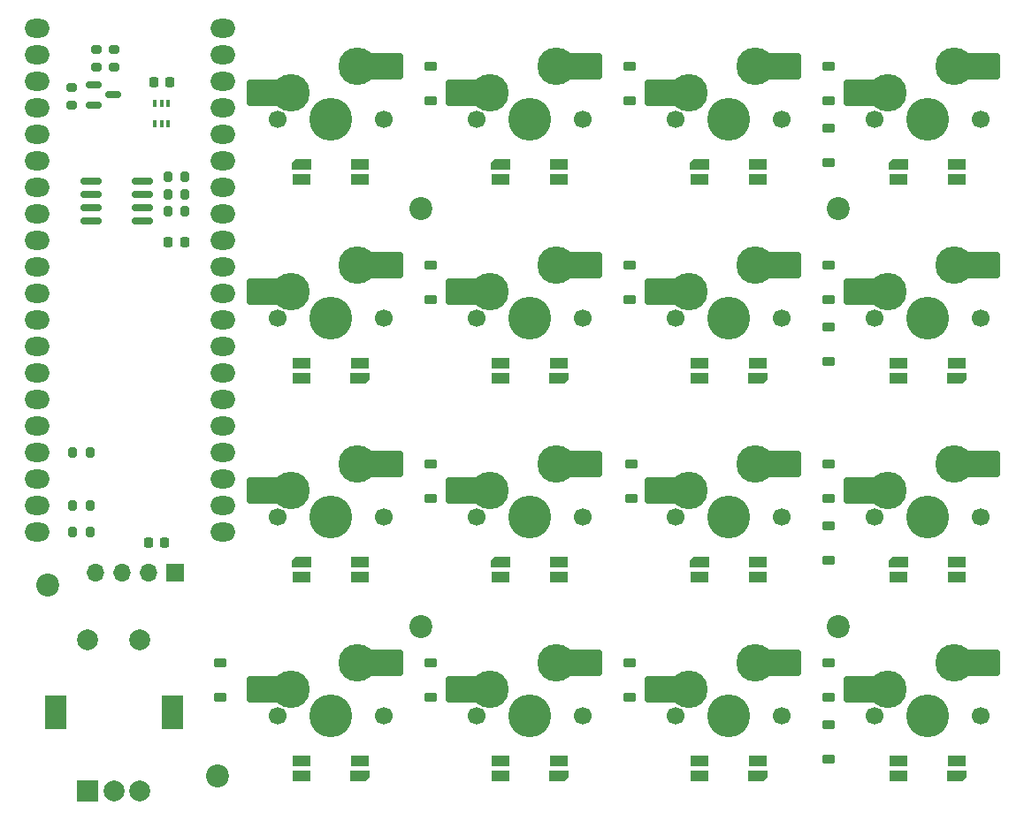
<source format=gbs>
%TF.GenerationSoftware,KiCad,Pcbnew,8.0.0*%
%TF.CreationDate,2024-03-13T16:12:56+07:00*%
%TF.ProjectId,dumbpad,64756d62-7061-4642-9e6b-696361645f70,rev?*%
%TF.SameCoordinates,Original*%
%TF.FileFunction,Soldermask,Bot*%
%TF.FilePolarity,Negative*%
%FSLAX46Y46*%
G04 Gerber Fmt 4.6, Leading zero omitted, Abs format (unit mm)*
G04 Created by KiCad (PCBNEW 8.0.0) date 2024-03-13 16:12:56*
%MOMM*%
%LPD*%
G01*
G04 APERTURE LIST*
G04 Aperture macros list*
%AMRoundRect*
0 Rectangle with rounded corners*
0 $1 Rounding radius*
0 $2 $3 $4 $5 $6 $7 $8 $9 X,Y pos of 4 corners*
0 Add a 4 corners polygon primitive as box body*
4,1,4,$2,$3,$4,$5,$6,$7,$8,$9,$2,$3,0*
0 Add four circle primitives for the rounded corners*
1,1,$1+$1,$2,$3*
1,1,$1+$1,$4,$5*
1,1,$1+$1,$6,$7*
1,1,$1+$1,$8,$9*
0 Add four rect primitives between the rounded corners*
20,1,$1+$1,$2,$3,$4,$5,0*
20,1,$1+$1,$4,$5,$6,$7,0*
20,1,$1+$1,$6,$7,$8,$9,0*
20,1,$1+$1,$8,$9,$2,$3,0*%
%AMOutline5P*
0 Free polygon, 5 corners , with rotation*
0 The origin of the aperture is its center*
0 number of corners: always 5*
0 $1 to $10 corner X, Y*
0 $11 Rotation angle, in degrees counterclockwise*
0 create outline with 5 corners*
4,1,5,$1,$2,$3,$4,$5,$6,$7,$8,$9,$10,$1,$2,$11*%
%AMOutline6P*
0 Free polygon, 6 corners , with rotation*
0 The origin of the aperture is its center*
0 number of corners: always 6*
0 $1 to $12 corner X, Y*
0 $13 Rotation angle, in degrees counterclockwise*
0 create outline with 6 corners*
4,1,6,$1,$2,$3,$4,$5,$6,$7,$8,$9,$10,$11,$12,$1,$2,$13*%
%AMOutline7P*
0 Free polygon, 7 corners , with rotation*
0 The origin of the aperture is its center*
0 number of corners: always 7*
0 $1 to $14 corner X, Y*
0 $15 Rotation angle, in degrees counterclockwise*
0 create outline with 7 corners*
4,1,7,$1,$2,$3,$4,$5,$6,$7,$8,$9,$10,$11,$12,$13,$14,$1,$2,$15*%
%AMOutline8P*
0 Free polygon, 8 corners , with rotation*
0 The origin of the aperture is its center*
0 number of corners: always 8*
0 $1 to $16 corner X, Y*
0 $17 Rotation angle, in degrees counterclockwise*
0 create outline with 8 corners*
4,1,8,$1,$2,$3,$4,$5,$6,$7,$8,$9,$10,$11,$12,$13,$14,$15,$16,$1,$2,$17*%
G04 Aperture macros list end*
%ADD10O,2.400000X1.800000*%
%ADD11R,1.800000X1.000000*%
%ADD12Outline5P,-0.900000X0.500000X0.900000X0.500000X0.900000X-0.200000X0.600000X-0.500000X-0.900000X-0.500000X0.000000*%
%ADD13C,2.200000*%
%ADD14Outline5P,-0.900000X0.500000X0.900000X0.500000X0.900000X-0.200000X0.600000X-0.500000X-0.900000X-0.500000X180.000000*%
%ADD15R,2.000000X2.000000*%
%ADD16C,2.000000*%
%ADD17R,2.000000X3.200000*%
%ADD18R,1.700000X1.700000*%
%ADD19O,1.700000X1.700000*%
%ADD20C,1.700000*%
%ADD21C,4.100000*%
%ADD22RoundRect,0.250000X1.350000X1.000000X-1.350000X1.000000X-1.350000X-1.000000X1.350000X-1.000000X0*%
%ADD23C,3.600000*%
%ADD24RoundRect,0.225000X-0.375000X0.225000X-0.375000X-0.225000X0.375000X-0.225000X0.375000X0.225000X0*%
%ADD25RoundRect,0.225000X-0.225000X-0.250000X0.225000X-0.250000X0.225000X0.250000X-0.225000X0.250000X0*%
%ADD26RoundRect,0.200000X-0.200000X-0.275000X0.200000X-0.275000X0.200000X0.275000X-0.200000X0.275000X0*%
%ADD27RoundRect,0.200000X0.275000X-0.200000X0.275000X0.200000X-0.275000X0.200000X-0.275000X-0.200000X0*%
%ADD28RoundRect,0.100000X0.100000X-0.225000X0.100000X0.225000X-0.100000X0.225000X-0.100000X-0.225000X0*%
%ADD29RoundRect,0.150000X-0.587500X-0.150000X0.587500X-0.150000X0.587500X0.150000X-0.587500X0.150000X0*%
%ADD30RoundRect,0.150000X-0.825000X-0.150000X0.825000X-0.150000X0.825000X0.150000X-0.825000X0.150000X0*%
%ADD31RoundRect,0.200000X-0.275000X0.200000X-0.275000X-0.200000X0.275000X-0.200000X0.275000X0.200000X0*%
%ADD32RoundRect,0.225000X0.225000X0.250000X-0.225000X0.250000X-0.225000X-0.250000X0.225000X-0.250000X0*%
G04 APERTURE END LIST*
D10*
%TO.C,M1*%
X101844000Y-67538500D03*
X101844000Y-70078500D03*
X101844000Y-72618500D03*
X101844000Y-75158500D03*
X101844000Y-77698500D03*
X101844000Y-80238500D03*
X101844000Y-82778500D03*
X101844000Y-85318500D03*
X101844000Y-87858500D03*
X101844000Y-90398500D03*
X101844000Y-92938500D03*
X101844000Y-95478500D03*
X101844000Y-98018500D03*
X101844000Y-100558500D03*
X101844000Y-103098500D03*
X101844000Y-105638500D03*
X101844000Y-108178500D03*
X101844000Y-110718500D03*
X101844000Y-113258500D03*
X101844000Y-115798500D03*
X119624000Y-115798500D03*
X119624000Y-113258500D03*
X119624000Y-110718500D03*
X119624000Y-108178500D03*
X119624000Y-105638500D03*
X119624000Y-103098500D03*
X119624000Y-100558500D03*
X119624000Y-98018500D03*
X119624000Y-95478500D03*
X119624000Y-92938500D03*
X119624000Y-90398500D03*
X119624000Y-87858500D03*
X119624000Y-85318500D03*
X119624000Y-82778500D03*
X119624000Y-80238500D03*
X119624000Y-77698500D03*
X119624000Y-75158500D03*
X119624000Y-72618500D03*
X119624000Y-70078500D03*
X119624000Y-67538500D03*
%TD*%
D11*
%TO.C,LED7*%
X146251100Y-99630000D03*
X146251100Y-101030000D03*
D12*
X151851100Y-101030000D03*
D11*
X151851100Y-99630000D03*
%TD*%
D13*
%TO.C,H3*%
X138576100Y-124828600D03*
%TD*%
%TO.C,H6*%
X119126000Y-139192000D03*
%TD*%
D11*
%TO.C,LED4*%
X189951100Y-81980000D03*
X189951100Y-80580000D03*
D14*
X184351100Y-80580000D03*
D11*
X184351100Y-81980000D03*
%TD*%
D13*
%TO.C,H4*%
X178576100Y-124828600D03*
%TD*%
D11*
%TO.C,LED12*%
X189951100Y-120080000D03*
X189951100Y-118680000D03*
D14*
X184351100Y-118680000D03*
D11*
X184351100Y-120080000D03*
%TD*%
%TO.C,LED3*%
X170901100Y-81980000D03*
X170901100Y-80580000D03*
D14*
X165301100Y-80580000D03*
D11*
X165301100Y-81980000D03*
%TD*%
%TO.C,LED16*%
X127201100Y-137730000D03*
X127201100Y-139130000D03*
D12*
X132801100Y-139130000D03*
D11*
X132801100Y-137730000D03*
%TD*%
D13*
%TO.C,H5*%
X102870000Y-120904000D03*
%TD*%
D11*
%TO.C,LED10*%
X151851100Y-120080000D03*
X151851100Y-118680000D03*
D14*
X146251100Y-118680000D03*
D11*
X146251100Y-120080000D03*
%TD*%
D15*
%TO.C,RE_3_1*%
X106720000Y-140600000D03*
D16*
X111720000Y-140600000D03*
X109220000Y-140600000D03*
D17*
X103620000Y-133100000D03*
X114820000Y-133100000D03*
D16*
X111720000Y-126100000D03*
X106720000Y-126100000D03*
%TD*%
D11*
%TO.C,LED2*%
X151851100Y-81980000D03*
X151851100Y-80580000D03*
D14*
X146251100Y-80580000D03*
D11*
X146251100Y-81980000D03*
%TD*%
%TO.C,LED13*%
X184351100Y-137730000D03*
X184351100Y-139130000D03*
D12*
X189951100Y-139130000D03*
D11*
X189951100Y-137730000D03*
%TD*%
%TO.C,LED5*%
X184351100Y-99630000D03*
X184351100Y-101030000D03*
D12*
X189951100Y-101030000D03*
D11*
X189951100Y-99630000D03*
%TD*%
%TO.C,LED6*%
X165301100Y-99630000D03*
X165301100Y-101030000D03*
D12*
X170901100Y-101030000D03*
D11*
X170901100Y-99630000D03*
%TD*%
%TO.C,LED1*%
X132801100Y-81980000D03*
X132801100Y-80580000D03*
D14*
X127201100Y-80580000D03*
D11*
X127201100Y-81980000D03*
%TD*%
%TO.C,LED9*%
X132801100Y-120080000D03*
X132801100Y-118680000D03*
D14*
X127201100Y-118680000D03*
D11*
X127201100Y-120080000D03*
%TD*%
%TO.C,LED11*%
X170901100Y-120080000D03*
X170901100Y-118680000D03*
D14*
X165301100Y-118680000D03*
D11*
X165301100Y-120080000D03*
%TD*%
D13*
%TO.C,H1*%
X138576100Y-84828600D03*
%TD*%
%TO.C,H2*%
X178576100Y-84828600D03*
%TD*%
D11*
%TO.C,LED15*%
X146251100Y-137730000D03*
X146251100Y-139130000D03*
D12*
X151851100Y-139130000D03*
D11*
X151851100Y-137730000D03*
%TD*%
%TO.C,LED8*%
X127201100Y-99630000D03*
X127201100Y-101030000D03*
D12*
X132801100Y-101030000D03*
D11*
X132801100Y-99630000D03*
%TD*%
%TO.C,LED14*%
X165301100Y-137730000D03*
X165301100Y-139130000D03*
D12*
X170901100Y-139130000D03*
D11*
X170901100Y-137730000D03*
%TD*%
D18*
%TO.C,M2*%
X115052000Y-119659000D03*
D19*
X112512000Y-119659000D03*
X109972000Y-119659000D03*
X107432000Y-119659000D03*
%TD*%
D20*
%TO.C,S1*%
X135081100Y-76253600D03*
D21*
X130001100Y-76253600D03*
D20*
X124921100Y-76253600D03*
D22*
X135301100Y-71173600D03*
D23*
X132541100Y-71173600D03*
X126191100Y-73713600D03*
D22*
X123501100Y-73713600D03*
%TD*%
D24*
%TO.C,D10*%
X158750000Y-109273600D03*
X158750000Y-112573600D03*
%TD*%
D25*
%TO.C,C1*%
X114414000Y-88011000D03*
X115964000Y-88011000D03*
%TD*%
D20*
%TO.C,S15*%
X173181100Y-133403600D03*
D21*
X168101100Y-133403600D03*
D20*
X163021100Y-133403600D03*
D22*
X173401100Y-128323600D03*
D23*
X170641100Y-128323600D03*
X164291100Y-130863600D03*
D22*
X161601100Y-130863600D03*
%TD*%
D20*
%TO.C,S8*%
X192231100Y-95303600D03*
D21*
X187151100Y-95303600D03*
D20*
X182071100Y-95303600D03*
D22*
X192451100Y-90223600D03*
D23*
X189691100Y-90223600D03*
X183341100Y-92763600D03*
D22*
X180651100Y-92763600D03*
%TD*%
D20*
%TO.C,S2*%
X154131100Y-76253600D03*
D21*
X149051100Y-76253600D03*
D20*
X143971100Y-76253600D03*
D22*
X154351100Y-71173600D03*
D23*
X151591100Y-71173600D03*
X145241100Y-73713600D03*
D22*
X142551100Y-73713600D03*
%TD*%
D24*
%TO.C,D8*%
X177626100Y-90223600D03*
X177626100Y-93523600D03*
%TD*%
%TO.C,D6*%
X158576100Y-90223600D03*
X158576100Y-93523600D03*
%TD*%
D20*
%TO.C,S4*%
X192231100Y-76253600D03*
D21*
X187151100Y-76253600D03*
D20*
X182071100Y-76253600D03*
D22*
X192451100Y-71173600D03*
D23*
X189691100Y-71173600D03*
X183341100Y-73713600D03*
D22*
X180651100Y-73713600D03*
%TD*%
D20*
%TO.C,S5*%
X135081100Y-95303600D03*
D21*
X130001100Y-95303600D03*
D20*
X124921100Y-95303600D03*
D22*
X135301100Y-90223600D03*
D23*
X132541100Y-90223600D03*
X126191100Y-92763600D03*
D22*
X123501100Y-92763600D03*
%TD*%
D24*
%TO.C,D4*%
X177626100Y-71173600D03*
X177626100Y-74473600D03*
%TD*%
D20*
%TO.C,S14*%
X154131100Y-133403600D03*
D21*
X149051100Y-133403600D03*
D20*
X143971100Y-133403600D03*
D22*
X154351100Y-128323600D03*
D23*
X151591100Y-128323600D03*
X145241100Y-130863600D03*
D22*
X142551100Y-130863600D03*
%TD*%
D20*
%TO.C,S11*%
X173181100Y-114353600D03*
D21*
X168101100Y-114353600D03*
D20*
X163021100Y-114353600D03*
D22*
X173401100Y-109273600D03*
D23*
X170641100Y-109273600D03*
X164291100Y-111813600D03*
D22*
X161601100Y-111813600D03*
%TD*%
D20*
%TO.C,S7*%
X173181100Y-95303600D03*
D21*
X168101100Y-95303600D03*
D20*
X163021100Y-95303600D03*
D22*
X173401100Y-90223600D03*
D23*
X170641100Y-90223600D03*
X164291100Y-92763600D03*
D22*
X161601100Y-92763600D03*
%TD*%
D20*
%TO.C,S6*%
X154131100Y-95303600D03*
D21*
X149051100Y-95303600D03*
D20*
X143971100Y-95303600D03*
D22*
X154351100Y-90223600D03*
D23*
X151591100Y-90223600D03*
X145241100Y-92763600D03*
D22*
X142551100Y-92763600D03*
%TD*%
D24*
%TO.C,D9*%
X139526100Y-109273600D03*
X139526100Y-112573600D03*
%TD*%
D26*
%TO.C,R7*%
X114364000Y-81788000D03*
X116014000Y-81788000D03*
%TD*%
D27*
%TO.C,R5*%
X109267000Y-71251000D03*
X109267000Y-69601000D03*
%TD*%
D28*
%TO.C,U2*%
X114417500Y-76642000D03*
X113767500Y-76642000D03*
X113117500Y-76642000D03*
X113117500Y-74742000D03*
X113767500Y-74742000D03*
X114417500Y-74742000D03*
%TD*%
D29*
%TO.C,Q1*%
X107266500Y-74864000D03*
X107266500Y-72964000D03*
X109141500Y-73914000D03*
%TD*%
D30*
%TO.C,U1*%
X106999000Y-85979000D03*
X106999000Y-84709000D03*
X106999000Y-83439000D03*
X106999000Y-82169000D03*
X111949000Y-82169000D03*
X111949000Y-83439000D03*
X111949000Y-84709000D03*
X111949000Y-85979000D03*
%TD*%
D24*
%TO.C,D11*%
X177626100Y-115205000D03*
X177626100Y-118505000D03*
%TD*%
D26*
%TO.C,R8*%
X114364000Y-83439000D03*
X116014000Y-83439000D03*
%TD*%
D24*
%TO.C,D14*%
X139526100Y-128323600D03*
X139526100Y-131623600D03*
%TD*%
D20*
%TO.C,S12*%
X192231100Y-114353600D03*
D21*
X187151100Y-114353600D03*
D20*
X182071100Y-114353600D03*
D22*
X192451100Y-109273600D03*
D23*
X189691100Y-109273600D03*
X183341100Y-111813600D03*
D22*
X180651100Y-111813600D03*
%TD*%
D31*
%TO.C,R6*%
X105156000Y-73214000D03*
X105156000Y-74864000D03*
%TD*%
D26*
%TO.C,R3*%
X105283000Y-115798500D03*
X106933000Y-115798500D03*
%TD*%
D24*
%TO.C,D13*%
X119380000Y-128323600D03*
X119380000Y-131623600D03*
%TD*%
D26*
%TO.C,R9*%
X114364000Y-85090000D03*
X116014000Y-85090000D03*
%TD*%
D25*
%TO.C,C2*%
X112512000Y-116840000D03*
X114062000Y-116840000D03*
%TD*%
D24*
%TO.C,D7*%
X177626100Y-96155000D03*
X177626100Y-99455000D03*
%TD*%
D26*
%TO.C,R1*%
X105283000Y-108178500D03*
X106933000Y-108178500D03*
%TD*%
D20*
%TO.C,S3*%
X173181100Y-76253600D03*
D21*
X168101100Y-76253600D03*
D20*
X163021100Y-76253600D03*
D22*
X173401100Y-71173600D03*
D23*
X170641100Y-71173600D03*
X164291100Y-73713600D03*
D22*
X161601100Y-73713600D03*
%TD*%
D24*
%TO.C,D5*%
X139526100Y-90223600D03*
X139526100Y-93523600D03*
%TD*%
%TO.C,D17*%
X177626100Y-128327200D03*
X177626100Y-131627200D03*
%TD*%
%TO.C,D15*%
X158576100Y-128323600D03*
X158576100Y-131623600D03*
%TD*%
%TO.C,D3*%
X177626100Y-77105000D03*
X177626100Y-80405000D03*
%TD*%
D32*
%TO.C,C3*%
X114580000Y-72710000D03*
X113030000Y-72710000D03*
%TD*%
D24*
%TO.C,D16*%
X177626100Y-134255000D03*
X177626100Y-137555000D03*
%TD*%
D20*
%TO.C,S13*%
X135081100Y-133407200D03*
D21*
X130001100Y-133407200D03*
D20*
X124921100Y-133407200D03*
D22*
X135301100Y-128327200D03*
D23*
X132541100Y-128327200D03*
X126191100Y-130867200D03*
D22*
X123501100Y-130867200D03*
%TD*%
D20*
%TO.C,S9*%
X135081100Y-114353600D03*
D21*
X130001100Y-114353600D03*
D20*
X124921100Y-114353600D03*
D22*
X135301100Y-109273600D03*
D23*
X132541100Y-109273600D03*
X126191100Y-111813600D03*
D22*
X123501100Y-111813600D03*
%TD*%
D27*
%TO.C,R4*%
X107569000Y-71251000D03*
X107569000Y-69601000D03*
%TD*%
D24*
%TO.C,D1*%
X139526100Y-71173600D03*
X139526100Y-74473600D03*
%TD*%
D26*
%TO.C,R2*%
X105283000Y-113258500D03*
X106933000Y-113258500D03*
%TD*%
D20*
%TO.C,S16*%
X192231100Y-133407200D03*
D21*
X187151100Y-133407200D03*
D20*
X182071100Y-133407200D03*
D22*
X192451100Y-128327200D03*
D23*
X189691100Y-128327200D03*
X183341100Y-130867200D03*
D22*
X180651100Y-130867200D03*
%TD*%
D24*
%TO.C,D12*%
X177626100Y-109273600D03*
X177626100Y-112573600D03*
%TD*%
%TO.C,D2*%
X158576100Y-71173600D03*
X158576100Y-74473600D03*
%TD*%
D20*
%TO.C,S10*%
X154131100Y-114353600D03*
D21*
X149051100Y-114353600D03*
D20*
X143971100Y-114353600D03*
D22*
X154351100Y-109273600D03*
D23*
X151591100Y-109273600D03*
X145241100Y-111813600D03*
D22*
X142551100Y-111813600D03*
%TD*%
M02*

</source>
